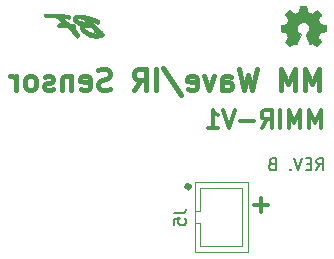
<source format=gbo>
G04 #@! TF.GenerationSoftware,KiCad,Pcbnew,6.0.7-f9a2dced07~116~ubuntu20.04.1*
G04 #@! TF.CreationDate,2022-08-17T23:21:15-04:00*
G04 #@! TF.ProjectId,mmwave,6d6d7761-7665-42e6-9b69-6361645f7063,B*
G04 #@! TF.SameCoordinates,Original*
G04 #@! TF.FileFunction,Legend,Bot*
G04 #@! TF.FilePolarity,Positive*
%FSLAX46Y46*%
G04 Gerber Fmt 4.6, Leading zero omitted, Abs format (unit mm)*
G04 Created by KiCad (PCBNEW 6.0.7-f9a2dced07~116~ubuntu20.04.1) date 2022-08-17 23:21:15*
%MOMM*%
%LPD*%
G01*
G04 APERTURE LIST*
%ADD10C,0.381000*%
%ADD11C,0.355600*%
%ADD12C,0.150000*%
%ADD13C,0.300000*%
%ADD14C,0.180000*%
%ADD15C,0.050000*%
%ADD16C,0.002540*%
%ADD17C,0.120000*%
%ADD18C,0.500000*%
G04 APERTURE END LIST*
D10*
X143474016Y-62907333D02*
X143474016Y-61129333D01*
X142881350Y-62399333D01*
X142288683Y-61129333D01*
X142288683Y-62907333D01*
X141442016Y-62907333D02*
X141442016Y-61129333D01*
X140849350Y-62399333D01*
X140256683Y-61129333D01*
X140256683Y-62907333D01*
X138224683Y-61129333D02*
X137801350Y-62907333D01*
X137462683Y-61637333D01*
X137124016Y-62907333D01*
X136700683Y-61129333D01*
X135261350Y-62907333D02*
X135261350Y-61976000D01*
X135346016Y-61806666D01*
X135515350Y-61722000D01*
X135854016Y-61722000D01*
X136023350Y-61806666D01*
X135261350Y-62822666D02*
X135430683Y-62907333D01*
X135854016Y-62907333D01*
X136023350Y-62822666D01*
X136108016Y-62653333D01*
X136108016Y-62484000D01*
X136023350Y-62314666D01*
X135854016Y-62230000D01*
X135430683Y-62230000D01*
X135261350Y-62145333D01*
X134584016Y-61722000D02*
X134160683Y-62907333D01*
X133737350Y-61722000D01*
X132382683Y-62822666D02*
X132552016Y-62907333D01*
X132890683Y-62907333D01*
X133060016Y-62822666D01*
X133144683Y-62653333D01*
X133144683Y-61976000D01*
X133060016Y-61806666D01*
X132890683Y-61722000D01*
X132552016Y-61722000D01*
X132382683Y-61806666D01*
X132298016Y-61976000D01*
X132298016Y-62145333D01*
X133144683Y-62314666D01*
X130266016Y-61044666D02*
X131790016Y-63330666D01*
X129673350Y-62907333D02*
X129673350Y-61129333D01*
X127810683Y-62907333D02*
X128403350Y-62060666D01*
X128826683Y-62907333D02*
X128826683Y-61129333D01*
X128149350Y-61129333D01*
X127980016Y-61214000D01*
X127895350Y-61298666D01*
X127810683Y-61468000D01*
X127810683Y-61722000D01*
X127895350Y-61891333D01*
X127980016Y-61976000D01*
X128149350Y-62060666D01*
X128826683Y-62060666D01*
X125778683Y-62822666D02*
X125524683Y-62907333D01*
X125101350Y-62907333D01*
X124932016Y-62822666D01*
X124847350Y-62738000D01*
X124762683Y-62568666D01*
X124762683Y-62399333D01*
X124847350Y-62230000D01*
X124932016Y-62145333D01*
X125101350Y-62060666D01*
X125440016Y-61976000D01*
X125609350Y-61891333D01*
X125694016Y-61806666D01*
X125778683Y-61637333D01*
X125778683Y-61468000D01*
X125694016Y-61298666D01*
X125609350Y-61214000D01*
X125440016Y-61129333D01*
X125016683Y-61129333D01*
X124762683Y-61214000D01*
X123323350Y-62822666D02*
X123492683Y-62907333D01*
X123831350Y-62907333D01*
X124000683Y-62822666D01*
X124085350Y-62653333D01*
X124085350Y-61976000D01*
X124000683Y-61806666D01*
X123831350Y-61722000D01*
X123492683Y-61722000D01*
X123323350Y-61806666D01*
X123238683Y-61976000D01*
X123238683Y-62145333D01*
X124085350Y-62314666D01*
X122476683Y-61722000D02*
X122476683Y-62907333D01*
X122476683Y-61891333D02*
X122392016Y-61806666D01*
X122222683Y-61722000D01*
X121968683Y-61722000D01*
X121799350Y-61806666D01*
X121714683Y-61976000D01*
X121714683Y-62907333D01*
X120952683Y-62822666D02*
X120783350Y-62907333D01*
X120444683Y-62907333D01*
X120275350Y-62822666D01*
X120190683Y-62653333D01*
X120190683Y-62568666D01*
X120275350Y-62399333D01*
X120444683Y-62314666D01*
X120698683Y-62314666D01*
X120868016Y-62230000D01*
X120952683Y-62060666D01*
X120952683Y-61976000D01*
X120868016Y-61806666D01*
X120698683Y-61722000D01*
X120444683Y-61722000D01*
X120275350Y-61806666D01*
X119174683Y-62907333D02*
X119344016Y-62822666D01*
X119428683Y-62738000D01*
X119513350Y-62568666D01*
X119513350Y-62060666D01*
X119428683Y-61891333D01*
X119344016Y-61806666D01*
X119174683Y-61722000D01*
X118920683Y-61722000D01*
X118751350Y-61806666D01*
X118666683Y-61891333D01*
X118582016Y-62060666D01*
X118582016Y-62568666D01*
X118666683Y-62738000D01*
X118751350Y-62822666D01*
X118920683Y-62907333D01*
X119174683Y-62907333D01*
X117820016Y-62907333D02*
X117820016Y-61722000D01*
X117820016Y-62060666D02*
X117735350Y-61891333D01*
X117650683Y-61806666D01*
X117481350Y-61722000D01*
X117312016Y-61722000D01*
D11*
X139137571Y-72625857D02*
X137976428Y-72625857D01*
X138557000Y-73206428D02*
X138557000Y-72045285D01*
D12*
X143237976Y-69667380D02*
X143571309Y-69191190D01*
X143809404Y-69667380D02*
X143809404Y-68667380D01*
X143428452Y-68667380D01*
X143333214Y-68715000D01*
X143285595Y-68762619D01*
X143237976Y-68857857D01*
X143237976Y-69000714D01*
X143285595Y-69095952D01*
X143333214Y-69143571D01*
X143428452Y-69191190D01*
X143809404Y-69191190D01*
X142809404Y-69143571D02*
X142476071Y-69143571D01*
X142333214Y-69667380D02*
X142809404Y-69667380D01*
X142809404Y-68667380D01*
X142333214Y-68667380D01*
X142047500Y-68667380D02*
X141714166Y-69667380D01*
X141380833Y-68667380D01*
X141047500Y-69572142D02*
X140999880Y-69619761D01*
X141047500Y-69667380D01*
X141095119Y-69619761D01*
X141047500Y-69572142D01*
X141047500Y-69667380D01*
X139476071Y-69143571D02*
X139333214Y-69191190D01*
X139285595Y-69238809D01*
X139237976Y-69334047D01*
X139237976Y-69476904D01*
X139285595Y-69572142D01*
X139333214Y-69619761D01*
X139428452Y-69667380D01*
X139809404Y-69667380D01*
X139809404Y-68667380D01*
X139476071Y-68667380D01*
X139380833Y-68715000D01*
X139333214Y-68762619D01*
X139285595Y-68857857D01*
X139285595Y-68953095D01*
X139333214Y-69048333D01*
X139380833Y-69095952D01*
X139476071Y-69143571D01*
X139809404Y-69143571D01*
D13*
X143592857Y-66083571D02*
X143592857Y-64583571D01*
X143092857Y-65655000D01*
X142592857Y-64583571D01*
X142592857Y-66083571D01*
X141878571Y-66083571D02*
X141878571Y-64583571D01*
X141378571Y-65655000D01*
X140878571Y-64583571D01*
X140878571Y-66083571D01*
X140164285Y-66083571D02*
X140164285Y-64583571D01*
X138592857Y-66083571D02*
X139092857Y-65369285D01*
X139450000Y-66083571D02*
X139450000Y-64583571D01*
X138878571Y-64583571D01*
X138735714Y-64655000D01*
X138664285Y-64726428D01*
X138592857Y-64869285D01*
X138592857Y-65083571D01*
X138664285Y-65226428D01*
X138735714Y-65297857D01*
X138878571Y-65369285D01*
X139450000Y-65369285D01*
X137950000Y-65512142D02*
X136807142Y-65512142D01*
X136307142Y-64583571D02*
X135807142Y-66083571D01*
X135307142Y-64583571D01*
X134021428Y-66083571D02*
X134878571Y-66083571D01*
X134450000Y-66083571D02*
X134450000Y-64583571D01*
X134592857Y-64797857D01*
X134735714Y-64940714D01*
X134878571Y-65012142D01*
D14*
X131172380Y-73326666D02*
X131886666Y-73326666D01*
X132029523Y-73279047D01*
X132124761Y-73183809D01*
X132172380Y-73040952D01*
X132172380Y-72945714D01*
X131172380Y-74279047D02*
X131172380Y-73802857D01*
X131648571Y-73755238D01*
X131600952Y-73802857D01*
X131553333Y-73898095D01*
X131553333Y-74136190D01*
X131600952Y-74231428D01*
X131648571Y-74279047D01*
X131743809Y-74326666D01*
X131981904Y-74326666D01*
X132077142Y-74279047D01*
X132124761Y-74231428D01*
X132172380Y-74136190D01*
X132172380Y-73898095D01*
X132124761Y-73802857D01*
X132077142Y-73755238D01*
G36*
X123400604Y-57954833D02*
G01*
X123381571Y-57935605D01*
X123319626Y-57866871D01*
X123274326Y-57804113D01*
X123244015Y-57744242D01*
X123227041Y-57684170D01*
X123221750Y-57620810D01*
X123222124Y-57602098D01*
X123528667Y-57602098D01*
X123530378Y-57608901D01*
X123545607Y-57631497D01*
X123574255Y-57662192D01*
X123613461Y-57698417D01*
X123660359Y-57737608D01*
X123712087Y-57777197D01*
X123765781Y-57814617D01*
X123778088Y-57822671D01*
X123885916Y-57887804D01*
X124001969Y-57949365D01*
X124121453Y-58005240D01*
X124239574Y-58053312D01*
X124351537Y-58091468D01*
X124452550Y-58117593D01*
X124455419Y-58118179D01*
X124500655Y-58126144D01*
X124542891Y-58131534D01*
X124573325Y-58133210D01*
X124587454Y-58132326D01*
X124623675Y-58127145D01*
X124660898Y-58118959D01*
X124691775Y-58109534D01*
X124708957Y-58100633D01*
X124708307Y-58095524D01*
X124695449Y-58080742D01*
X124671887Y-58061542D01*
X124657719Y-58051803D01*
X124628640Y-58035326D01*
X124593266Y-58020322D01*
X124546784Y-58004880D01*
X124484381Y-57987088D01*
X124477297Y-57984911D01*
X124443246Y-57968434D01*
X124418235Y-57947359D01*
X124406704Y-57926933D01*
X124397232Y-57884097D01*
X124399565Y-57836595D01*
X124413928Y-57792580D01*
X124431356Y-57758879D01*
X124348965Y-57682900D01*
X124318986Y-57655748D01*
X124286424Y-57628888D01*
X124258935Y-57611165D01*
X124230876Y-57599111D01*
X124196600Y-57589254D01*
X124169084Y-57582531D01*
X124011656Y-57552033D01*
X123856750Y-57534922D01*
X123791106Y-57533165D01*
X123724597Y-57536202D01*
X123662818Y-57543517D01*
X123609052Y-57554436D01*
X123566583Y-57568288D01*
X123538693Y-57584399D01*
X123528667Y-57602098D01*
X123222124Y-57602098D01*
X123222405Y-57588037D01*
X123226868Y-57550495D01*
X123237719Y-57515647D01*
X123257442Y-57473215D01*
X123274546Y-57436240D01*
X123283286Y-57409402D01*
X123281255Y-57398246D01*
X123278346Y-57397259D01*
X123258048Y-57390422D01*
X123224992Y-57379314D01*
X123184709Y-57365795D01*
X123134463Y-57348336D01*
X123007279Y-57297931D01*
X122895776Y-57244137D01*
X122889293Y-57240271D01*
X122801052Y-57187658D01*
X122724202Y-57129196D01*
X122666324Y-57069455D01*
X122628516Y-57009139D01*
X122623312Y-56996055D01*
X122611227Y-56941702D01*
X122607960Y-56878621D01*
X122609873Y-56856752D01*
X122889293Y-56856752D01*
X122925876Y-56887738D01*
X122933797Y-56894172D01*
X122986352Y-56928836D01*
X123057087Y-56965556D01*
X123143696Y-57003443D01*
X123243873Y-57041607D01*
X123355312Y-57079158D01*
X123475707Y-57115206D01*
X123602750Y-57148862D01*
X123655667Y-57161918D01*
X123724517Y-57178545D01*
X123775404Y-57190254D01*
X123809857Y-57197377D01*
X123829407Y-57200244D01*
X123835584Y-57199185D01*
X123833501Y-57196825D01*
X123818635Y-57183149D01*
X123791820Y-57159514D01*
X123755840Y-57128364D01*
X123713482Y-57092140D01*
X123680999Y-57064366D01*
X123632403Y-57021749D01*
X123597227Y-56988734D01*
X123573426Y-56962999D01*
X123558956Y-56942222D01*
X123551774Y-56924082D01*
X123549834Y-56906255D01*
X123549834Y-56905990D01*
X123548814Y-56891984D01*
X123543082Y-56882422D01*
X123528600Y-56875305D01*
X123501329Y-56868635D01*
X123457230Y-56860412D01*
X123424190Y-56854709D01*
X123327444Y-56840522D01*
X123233846Y-56830313D01*
X123146317Y-56824180D01*
X123067777Y-56822220D01*
X123001147Y-56824530D01*
X122949345Y-56831208D01*
X122915292Y-56842350D01*
X122889293Y-56856752D01*
X122609873Y-56856752D01*
X122613528Y-56814953D01*
X122627950Y-56758839D01*
X122635637Y-56740315D01*
X122678885Y-56669379D01*
X122739024Y-56609146D01*
X122814321Y-56560789D01*
X122903042Y-56525482D01*
X123003457Y-56504400D01*
X123048099Y-56500928D01*
X123126382Y-56501361D01*
X123220175Y-56507613D01*
X123326787Y-56519219D01*
X123443528Y-56535717D01*
X123567707Y-56556643D01*
X123696633Y-56581535D01*
X123827616Y-56609927D01*
X123957965Y-56641359D01*
X124084990Y-56675365D01*
X124206000Y-56711482D01*
X124253783Y-56727059D01*
X124340778Y-56757540D01*
X124428729Y-56790756D01*
X124514620Y-56825391D01*
X124595436Y-56860132D01*
X124668161Y-56893662D01*
X124729780Y-56924667D01*
X124777276Y-56951831D01*
X124807635Y-56973840D01*
X124808117Y-56974282D01*
X124846752Y-57022691D01*
X124867346Y-57078038D01*
X124869085Y-57136230D01*
X124851157Y-57193170D01*
X124848672Y-57197863D01*
X124815495Y-57240163D01*
X124773355Y-57267060D01*
X124726534Y-57277521D01*
X124679313Y-57270517D01*
X124635974Y-57245014D01*
X124625955Y-57236806D01*
X124576369Y-57205213D01*
X124505862Y-57170625D01*
X124414461Y-57133052D01*
X124302191Y-57092508D01*
X124283751Y-57086204D01*
X124234992Y-57069663D01*
X124195114Y-57056321D01*
X124167825Y-57047410D01*
X124156837Y-57044166D01*
X124160806Y-57048836D01*
X124177834Y-57064712D01*
X124205308Y-57089179D01*
X124240162Y-57119466D01*
X124263851Y-57139963D01*
X124344808Y-57211617D01*
X124429768Y-57289027D01*
X124517220Y-57370652D01*
X124605651Y-57454956D01*
X124693549Y-57540399D01*
X124779401Y-57625443D01*
X124861695Y-57708552D01*
X124938918Y-57788185D01*
X125009557Y-57862805D01*
X125072101Y-57930874D01*
X125125037Y-57990853D01*
X125166851Y-58041205D01*
X125196033Y-58080391D01*
X125211068Y-58106873D01*
X125214596Y-58119160D01*
X125219909Y-58153267D01*
X125222000Y-58191582D01*
X125220880Y-58212202D01*
X125206151Y-58266353D01*
X125177041Y-58310878D01*
X125136995Y-58343507D01*
X125089457Y-58361970D01*
X125037870Y-58363997D01*
X124985680Y-58347319D01*
X124945151Y-58326174D01*
X124896958Y-58362960D01*
X124853564Y-58393943D01*
X124798611Y-58425023D01*
X124740459Y-58447529D01*
X124719554Y-58452830D01*
X124662480Y-58460025D01*
X124592110Y-58461822D01*
X124513281Y-58458361D01*
X124430828Y-58449782D01*
X124349588Y-58436224D01*
X124245488Y-58411926D01*
X124085254Y-58362444D01*
X123928061Y-58299884D01*
X123777453Y-58226044D01*
X123636978Y-58142723D01*
X123528667Y-58064988D01*
X123510179Y-58051720D01*
X123400604Y-57954833D01*
G37*
D15*
X123400604Y-57954833D02*
X123381571Y-57935605D01*
X123319626Y-57866871D01*
X123274326Y-57804113D01*
X123244015Y-57744242D01*
X123227041Y-57684170D01*
X123221750Y-57620810D01*
X123222124Y-57602098D01*
X123528667Y-57602098D01*
X123530378Y-57608901D01*
X123545607Y-57631497D01*
X123574255Y-57662192D01*
X123613461Y-57698417D01*
X123660359Y-57737608D01*
X123712087Y-57777197D01*
X123765781Y-57814617D01*
X123778088Y-57822671D01*
X123885916Y-57887804D01*
X124001969Y-57949365D01*
X124121453Y-58005240D01*
X124239574Y-58053312D01*
X124351537Y-58091468D01*
X124452550Y-58117593D01*
X124455419Y-58118179D01*
X124500655Y-58126144D01*
X124542891Y-58131534D01*
X124573325Y-58133210D01*
X124587454Y-58132326D01*
X124623675Y-58127145D01*
X124660898Y-58118959D01*
X124691775Y-58109534D01*
X124708957Y-58100633D01*
X124708307Y-58095524D01*
X124695449Y-58080742D01*
X124671887Y-58061542D01*
X124657719Y-58051803D01*
X124628640Y-58035326D01*
X124593266Y-58020322D01*
X124546784Y-58004880D01*
X124484381Y-57987088D01*
X124477297Y-57984911D01*
X124443246Y-57968434D01*
X124418235Y-57947359D01*
X124406704Y-57926933D01*
X124397232Y-57884097D01*
X124399565Y-57836595D01*
X124413928Y-57792580D01*
X124431356Y-57758879D01*
X124348965Y-57682900D01*
X124318986Y-57655748D01*
X124286424Y-57628888D01*
X124258935Y-57611165D01*
X124230876Y-57599111D01*
X124196600Y-57589254D01*
X124169084Y-57582531D01*
X124011656Y-57552033D01*
X123856750Y-57534922D01*
X123791106Y-57533165D01*
X123724597Y-57536202D01*
X123662818Y-57543517D01*
X123609052Y-57554436D01*
X123566583Y-57568288D01*
X123538693Y-57584399D01*
X123528667Y-57602098D01*
X123222124Y-57602098D01*
X123222405Y-57588037D01*
X123226868Y-57550495D01*
X123237719Y-57515647D01*
X123257442Y-57473215D01*
X123274546Y-57436240D01*
X123283286Y-57409402D01*
X123281255Y-57398246D01*
X123278346Y-57397259D01*
X123258048Y-57390422D01*
X123224992Y-57379314D01*
X123184709Y-57365795D01*
X123134463Y-57348336D01*
X123007279Y-57297931D01*
X122895776Y-57244137D01*
X122889293Y-57240271D01*
X122801052Y-57187658D01*
X122724202Y-57129196D01*
X122666324Y-57069455D01*
X122628516Y-57009139D01*
X122623312Y-56996055D01*
X122611227Y-56941702D01*
X122607960Y-56878621D01*
X122609873Y-56856752D01*
X122889293Y-56856752D01*
X122925876Y-56887738D01*
X122933797Y-56894172D01*
X122986352Y-56928836D01*
X123057087Y-56965556D01*
X123143696Y-57003443D01*
X123243873Y-57041607D01*
X123355312Y-57079158D01*
X123475707Y-57115206D01*
X123602750Y-57148862D01*
X123655667Y-57161918D01*
X123724517Y-57178545D01*
X123775404Y-57190254D01*
X123809857Y-57197377D01*
X123829407Y-57200244D01*
X123835584Y-57199185D01*
X123833501Y-57196825D01*
X123818635Y-57183149D01*
X123791820Y-57159514D01*
X123755840Y-57128364D01*
X123713482Y-57092140D01*
X123680999Y-57064366D01*
X123632403Y-57021749D01*
X123597227Y-56988734D01*
X123573426Y-56962999D01*
X123558956Y-56942222D01*
X123551774Y-56924082D01*
X123549834Y-56906255D01*
X123549834Y-56905990D01*
X123548814Y-56891984D01*
X123543082Y-56882422D01*
X123528600Y-56875305D01*
X123501329Y-56868635D01*
X123457230Y-56860412D01*
X123424190Y-56854709D01*
X123327444Y-56840522D01*
X123233846Y-56830313D01*
X123146317Y-56824180D01*
X123067777Y-56822220D01*
X123001147Y-56824530D01*
X122949345Y-56831208D01*
X122915292Y-56842350D01*
X122889293Y-56856752D01*
X122609873Y-56856752D01*
X122613528Y-56814953D01*
X122627950Y-56758839D01*
X122635637Y-56740315D01*
X122678885Y-56669379D01*
X122739024Y-56609146D01*
X122814321Y-56560789D01*
X122903042Y-56525482D01*
X123003457Y-56504400D01*
X123048099Y-56500928D01*
X123126382Y-56501361D01*
X123220175Y-56507613D01*
X123326787Y-56519219D01*
X123443528Y-56535717D01*
X123567707Y-56556643D01*
X123696633Y-56581535D01*
X123827616Y-56609927D01*
X123957965Y-56641359D01*
X124084990Y-56675365D01*
X124206000Y-56711482D01*
X124253783Y-56727059D01*
X124340778Y-56757540D01*
X124428729Y-56790756D01*
X124514620Y-56825391D01*
X124595436Y-56860132D01*
X124668161Y-56893662D01*
X124729780Y-56924667D01*
X124777276Y-56951831D01*
X124807635Y-56973840D01*
X124808117Y-56974282D01*
X124846752Y-57022691D01*
X124867346Y-57078038D01*
X124869085Y-57136230D01*
X124851157Y-57193170D01*
X124848672Y-57197863D01*
X124815495Y-57240163D01*
X124773355Y-57267060D01*
X124726534Y-57277521D01*
X124679313Y-57270517D01*
X124635974Y-57245014D01*
X124625955Y-57236806D01*
X124576369Y-57205213D01*
X124505862Y-57170625D01*
X124414461Y-57133052D01*
X124302191Y-57092508D01*
X124283751Y-57086204D01*
X124234992Y-57069663D01*
X124195114Y-57056321D01*
X124167825Y-57047410D01*
X124156837Y-57044166D01*
X124160806Y-57048836D01*
X124177834Y-57064712D01*
X124205308Y-57089179D01*
X124240162Y-57119466D01*
X124263851Y-57139963D01*
X124344808Y-57211617D01*
X124429768Y-57289027D01*
X124517220Y-57370652D01*
X124605651Y-57454956D01*
X124693549Y-57540399D01*
X124779401Y-57625443D01*
X124861695Y-57708552D01*
X124938918Y-57788185D01*
X125009557Y-57862805D01*
X125072101Y-57930874D01*
X125125037Y-57990853D01*
X125166851Y-58041205D01*
X125196033Y-58080391D01*
X125211068Y-58106873D01*
X125214596Y-58119160D01*
X125219909Y-58153267D01*
X125222000Y-58191582D01*
X125220880Y-58212202D01*
X125206151Y-58266353D01*
X125177041Y-58310878D01*
X125136995Y-58343507D01*
X125089457Y-58361970D01*
X125037870Y-58363997D01*
X124985680Y-58347319D01*
X124945151Y-58326174D01*
X124896958Y-58362960D01*
X124853564Y-58393943D01*
X124798611Y-58425023D01*
X124740459Y-58447529D01*
X124719554Y-58452830D01*
X124662480Y-58460025D01*
X124592110Y-58461822D01*
X124513281Y-58458361D01*
X124430828Y-58449782D01*
X124349588Y-58436224D01*
X124245488Y-58411926D01*
X124085254Y-58362444D01*
X123928061Y-58299884D01*
X123777453Y-58226044D01*
X123636978Y-58142723D01*
X123528667Y-58064988D01*
X123510179Y-58051720D01*
X123400604Y-57954833D01*
G36*
X120533680Y-56411789D02*
G01*
X120639856Y-56414153D01*
X120765556Y-56418296D01*
X120781111Y-56418879D01*
X120906289Y-56424274D01*
X121036104Y-56431016D01*
X121168715Y-56438931D01*
X121302280Y-56447848D01*
X121434959Y-56457594D01*
X121564911Y-56467996D01*
X121690293Y-56478883D01*
X121809265Y-56490082D01*
X121919986Y-56501420D01*
X122020615Y-56512725D01*
X122109309Y-56523825D01*
X122184229Y-56534547D01*
X122243533Y-56544719D01*
X122285379Y-56554168D01*
X122307926Y-56562722D01*
X122313476Y-56566963D01*
X122334726Y-56590492D01*
X122353781Y-56620566D01*
X122366581Y-56654522D01*
X122374338Y-56701949D01*
X122373631Y-56750203D01*
X122365086Y-56794002D01*
X122349329Y-56828060D01*
X122326985Y-56847092D01*
X122312861Y-56850793D01*
X122277686Y-56853783D01*
X122237711Y-56852329D01*
X122201524Y-56846944D01*
X122177716Y-56838144D01*
X122173090Y-56835715D01*
X122145915Y-56828028D01*
X122099267Y-56819561D01*
X122034385Y-56810518D01*
X121952510Y-56801102D01*
X121947859Y-56800610D01*
X121884485Y-56793964D01*
X121828308Y-56788192D01*
X121782789Y-56783640D01*
X121751392Y-56780655D01*
X121737578Y-56779583D01*
X121737263Y-56783902D01*
X121749420Y-56798287D01*
X121772201Y-56819270D01*
X121773994Y-56820804D01*
X121795966Y-56839762D01*
X121830994Y-56870157D01*
X121876538Y-56909780D01*
X121930062Y-56956421D01*
X121989027Y-57007870D01*
X122050895Y-57061917D01*
X122113684Y-57116710D01*
X122168093Y-57163777D01*
X122210703Y-57199833D01*
X122243628Y-57226427D01*
X122268985Y-57245112D01*
X122288887Y-57257439D01*
X122305450Y-57264960D01*
X122320789Y-57269225D01*
X122337019Y-57271786D01*
X122391209Y-57279144D01*
X122454096Y-57288425D01*
X122519441Y-57298669D01*
X122583341Y-57309215D01*
X122641895Y-57319401D01*
X122691202Y-57328566D01*
X122727360Y-57336049D01*
X122746467Y-57341188D01*
X122748186Y-57341918D01*
X122775833Y-57364616D01*
X122797529Y-57402199D01*
X122811575Y-57449115D01*
X122816273Y-57499810D01*
X122809925Y-57548732D01*
X122805932Y-57562344D01*
X122791097Y-57593727D01*
X122767522Y-57614551D01*
X122729042Y-57631095D01*
X122691216Y-57644099D01*
X122764000Y-57722487D01*
X122803168Y-57764765D01*
X122847841Y-57813464D01*
X122883356Y-57853093D01*
X122912861Y-57887328D01*
X122939505Y-57919850D01*
X122966438Y-57954336D01*
X122996807Y-57994466D01*
X123002382Y-58001926D01*
X123057023Y-58079280D01*
X123096543Y-58144905D01*
X123121675Y-58200837D01*
X123133155Y-58249114D01*
X123131717Y-58291776D01*
X123118095Y-58330858D01*
X123104817Y-58354127D01*
X123063713Y-58402002D01*
X123010008Y-58434890D01*
X122991793Y-58441924D01*
X122947434Y-58449366D01*
X122908992Y-58438805D01*
X122874118Y-58409198D01*
X122840462Y-58359499D01*
X122832748Y-58346090D01*
X122789006Y-58278134D01*
X122733066Y-58202843D01*
X122663443Y-58118306D01*
X122578653Y-58022612D01*
X122555136Y-57997095D01*
X122504898Y-57944028D01*
X122449638Y-57887185D01*
X122391545Y-57828681D01*
X122332807Y-57770628D01*
X122275613Y-57715141D01*
X122222153Y-57664334D01*
X122174616Y-57620321D01*
X122135191Y-57585215D01*
X122106067Y-57561132D01*
X122089433Y-57550184D01*
X122081404Y-57548587D01*
X122052932Y-57545888D01*
X122007700Y-57543147D01*
X121948431Y-57540481D01*
X121877847Y-57538007D01*
X121798671Y-57535841D01*
X121713625Y-57534099D01*
X121630665Y-57532594D01*
X121544198Y-57530639D01*
X121475044Y-57528337D01*
X121421063Y-57525405D01*
X121380114Y-57521559D01*
X121350055Y-57516514D01*
X121328746Y-57509987D01*
X121314043Y-57501693D01*
X121303808Y-57491349D01*
X121295898Y-57478669D01*
X121288785Y-57459200D01*
X121287330Y-57416093D01*
X121299514Y-57368829D01*
X121323465Y-57323304D01*
X121357309Y-57285409D01*
X121381221Y-57267300D01*
X121410181Y-57251897D01*
X121444068Y-57241992D01*
X121486906Y-57236843D01*
X121542715Y-57235711D01*
X121615517Y-57237855D01*
X121623108Y-57238170D01*
X121679511Y-57239791D01*
X121722033Y-57239664D01*
X121748264Y-57237848D01*
X121755795Y-57234401D01*
X121753331Y-57231406D01*
X121737243Y-57215237D01*
X121708735Y-57188147D01*
X121670226Y-57152330D01*
X121624136Y-57109977D01*
X121572886Y-57063282D01*
X121518895Y-57014436D01*
X121464584Y-56965633D01*
X121412372Y-56919065D01*
X121364680Y-56876924D01*
X121323928Y-56841403D01*
X121292536Y-56814694D01*
X121258324Y-56786917D01*
X121224669Y-56761146D01*
X121199540Y-56743651D01*
X121186703Y-56737190D01*
X121177602Y-56736816D01*
X121149437Y-56735376D01*
X121105511Y-56733011D01*
X121048837Y-56729884D01*
X120982426Y-56726161D01*
X120909292Y-56722006D01*
X120880092Y-56720355D01*
X120791011Y-56715494D01*
X120698507Y-56710674D01*
X120608718Y-56706201D01*
X120527783Y-56702385D01*
X120461837Y-56699533D01*
X120453568Y-56699199D01*
X120387591Y-56696224D01*
X120339067Y-56693185D01*
X120304647Y-56689632D01*
X120280982Y-56685114D01*
X120264724Y-56679181D01*
X120252521Y-56671383D01*
X120236575Y-56656663D01*
X120208692Y-56616653D01*
X120190952Y-56570163D01*
X120184417Y-56522697D01*
X120190147Y-56479753D01*
X120209204Y-56446833D01*
X120218482Y-56439501D01*
X120240569Y-56429491D01*
X120272736Y-56421746D01*
X120316557Y-56416183D01*
X120373605Y-56412724D01*
X120445455Y-56411286D01*
X120533680Y-56411789D01*
G37*
X120533680Y-56411789D02*
X120639856Y-56414153D01*
X120765556Y-56418296D01*
X120781111Y-56418879D01*
X120906289Y-56424274D01*
X121036104Y-56431016D01*
X121168715Y-56438931D01*
X121302280Y-56447848D01*
X121434959Y-56457594D01*
X121564911Y-56467996D01*
X121690293Y-56478883D01*
X121809265Y-56490082D01*
X121919986Y-56501420D01*
X122020615Y-56512725D01*
X122109309Y-56523825D01*
X122184229Y-56534547D01*
X122243533Y-56544719D01*
X122285379Y-56554168D01*
X122307926Y-56562722D01*
X122313476Y-56566963D01*
X122334726Y-56590492D01*
X122353781Y-56620566D01*
X122366581Y-56654522D01*
X122374338Y-56701949D01*
X122373631Y-56750203D01*
X122365086Y-56794002D01*
X122349329Y-56828060D01*
X122326985Y-56847092D01*
X122312861Y-56850793D01*
X122277686Y-56853783D01*
X122237711Y-56852329D01*
X122201524Y-56846944D01*
X122177716Y-56838144D01*
X122173090Y-56835715D01*
X122145915Y-56828028D01*
X122099267Y-56819561D01*
X122034385Y-56810518D01*
X121952510Y-56801102D01*
X121947859Y-56800610D01*
X121884485Y-56793964D01*
X121828308Y-56788192D01*
X121782789Y-56783640D01*
X121751392Y-56780655D01*
X121737578Y-56779583D01*
X121737263Y-56783902D01*
X121749420Y-56798287D01*
X121772201Y-56819270D01*
X121773994Y-56820804D01*
X121795966Y-56839762D01*
X121830994Y-56870157D01*
X121876538Y-56909780D01*
X121930062Y-56956421D01*
X121989027Y-57007870D01*
X122050895Y-57061917D01*
X122113684Y-57116710D01*
X122168093Y-57163777D01*
X122210703Y-57199833D01*
X122243628Y-57226427D01*
X122268985Y-57245112D01*
X122288887Y-57257439D01*
X122305450Y-57264960D01*
X122320789Y-57269225D01*
X122337019Y-57271786D01*
X122391209Y-57279144D01*
X122454096Y-57288425D01*
X122519441Y-57298669D01*
X122583341Y-57309215D01*
X122641895Y-57319401D01*
X122691202Y-57328566D01*
X122727360Y-57336049D01*
X122746467Y-57341188D01*
X122748186Y-57341918D01*
X122775833Y-57364616D01*
X122797529Y-57402199D01*
X122811575Y-57449115D01*
X122816273Y-57499810D01*
X122809925Y-57548732D01*
X122805932Y-57562344D01*
X122791097Y-57593727D01*
X122767522Y-57614551D01*
X122729042Y-57631095D01*
X122691216Y-57644099D01*
X122764000Y-57722487D01*
X122803168Y-57764765D01*
X122847841Y-57813464D01*
X122883356Y-57853093D01*
X122912861Y-57887328D01*
X122939505Y-57919850D01*
X122966438Y-57954336D01*
X122996807Y-57994466D01*
X123002382Y-58001926D01*
X123057023Y-58079280D01*
X123096543Y-58144905D01*
X123121675Y-58200837D01*
X123133155Y-58249114D01*
X123131717Y-58291776D01*
X123118095Y-58330858D01*
X123104817Y-58354127D01*
X123063713Y-58402002D01*
X123010008Y-58434890D01*
X122991793Y-58441924D01*
X122947434Y-58449366D01*
X122908992Y-58438805D01*
X122874118Y-58409198D01*
X122840462Y-58359499D01*
X122832748Y-58346090D01*
X122789006Y-58278134D01*
X122733066Y-58202843D01*
X122663443Y-58118306D01*
X122578653Y-58022612D01*
X122555136Y-57997095D01*
X122504898Y-57944028D01*
X122449638Y-57887185D01*
X122391545Y-57828681D01*
X122332807Y-57770628D01*
X122275613Y-57715141D01*
X122222153Y-57664334D01*
X122174616Y-57620321D01*
X122135191Y-57585215D01*
X122106067Y-57561132D01*
X122089433Y-57550184D01*
X122081404Y-57548587D01*
X122052932Y-57545888D01*
X122007700Y-57543147D01*
X121948431Y-57540481D01*
X121877847Y-57538007D01*
X121798671Y-57535841D01*
X121713625Y-57534099D01*
X121630665Y-57532594D01*
X121544198Y-57530639D01*
X121475044Y-57528337D01*
X121421063Y-57525405D01*
X121380114Y-57521559D01*
X121350055Y-57516514D01*
X121328746Y-57509987D01*
X121314043Y-57501693D01*
X121303808Y-57491349D01*
X121295898Y-57478669D01*
X121288785Y-57459200D01*
X121287330Y-57416093D01*
X121299514Y-57368829D01*
X121323465Y-57323304D01*
X121357309Y-57285409D01*
X121381221Y-57267300D01*
X121410181Y-57251897D01*
X121444068Y-57241992D01*
X121486906Y-57236843D01*
X121542715Y-57235711D01*
X121615517Y-57237855D01*
X121623108Y-57238170D01*
X121679511Y-57239791D01*
X121722033Y-57239664D01*
X121748264Y-57237848D01*
X121755795Y-57234401D01*
X121753331Y-57231406D01*
X121737243Y-57215237D01*
X121708735Y-57188147D01*
X121670226Y-57152330D01*
X121624136Y-57109977D01*
X121572886Y-57063282D01*
X121518895Y-57014436D01*
X121464584Y-56965633D01*
X121412372Y-56919065D01*
X121364680Y-56876924D01*
X121323928Y-56841403D01*
X121292536Y-56814694D01*
X121258324Y-56786917D01*
X121224669Y-56761146D01*
X121199540Y-56743651D01*
X121186703Y-56737190D01*
X121177602Y-56736816D01*
X121149437Y-56735376D01*
X121105511Y-56733011D01*
X121048837Y-56729884D01*
X120982426Y-56726161D01*
X120909292Y-56722006D01*
X120880092Y-56720355D01*
X120791011Y-56715494D01*
X120698507Y-56710674D01*
X120608718Y-56706201D01*
X120527783Y-56702385D01*
X120461837Y-56699533D01*
X120453568Y-56699199D01*
X120387591Y-56696224D01*
X120339067Y-56693185D01*
X120304647Y-56689632D01*
X120280982Y-56685114D01*
X120264724Y-56679181D01*
X120252521Y-56671383D01*
X120236575Y-56656663D01*
X120208692Y-56616653D01*
X120190952Y-56570163D01*
X120184417Y-56522697D01*
X120190147Y-56479753D01*
X120209204Y-56446833D01*
X120218482Y-56439501D01*
X120240569Y-56429491D01*
X120272736Y-56421746D01*
X120316557Y-56416183D01*
X120373605Y-56412724D01*
X120445455Y-56411286D01*
X120533680Y-56411789D01*
G36*
X142224760Y-55758080D02*
G01*
X142295880Y-55760620D01*
X142349220Y-55763160D01*
X142369540Y-55768240D01*
X142379700Y-55798720D01*
X142389860Y-55854600D01*
X142407640Y-55933340D01*
X142425420Y-56027320D01*
X142427960Y-56042560D01*
X142445740Y-56134000D01*
X142460980Y-56207660D01*
X142471140Y-56258460D01*
X142476220Y-56278780D01*
X142486380Y-56283860D01*
X142521940Y-56299100D01*
X142582900Y-56324500D01*
X142659100Y-56354980D01*
X142834360Y-56426100D01*
X143047720Y-56278780D01*
X143065500Y-56266080D01*
X143144240Y-56215280D01*
X143207740Y-56172100D01*
X143250920Y-56144160D01*
X143268700Y-56134000D01*
X143271240Y-56134000D01*
X143291560Y-56151780D01*
X143334740Y-56192420D01*
X143459200Y-56316880D01*
X143510000Y-56365140D01*
X143568420Y-56426100D01*
X143603980Y-56466740D01*
X143624300Y-56492140D01*
X143631920Y-56507380D01*
X143631920Y-56517540D01*
X143586200Y-56586120D01*
X143540480Y-56652160D01*
X143489680Y-56728360D01*
X143446500Y-56789320D01*
X143400780Y-56862980D01*
X143370300Y-56913780D01*
X143360140Y-56939180D01*
X143362680Y-56949340D01*
X143377920Y-56989980D01*
X143433800Y-57129680D01*
X143510000Y-57299860D01*
X143619220Y-57320180D01*
X143687800Y-57332880D01*
X143781780Y-57350660D01*
X143870680Y-57368440D01*
X144012920Y-57396380D01*
X144018000Y-57909460D01*
X143995140Y-57919620D01*
X143974820Y-57924700D01*
X143921480Y-57937400D01*
X143847820Y-57952640D01*
X143761460Y-57967880D01*
X143685260Y-57983120D01*
X143611600Y-57995820D01*
X143555720Y-58005980D01*
X143532860Y-58011060D01*
X143525240Y-58018680D01*
X143507460Y-58056780D01*
X143482060Y-58115200D01*
X143451580Y-58183780D01*
X143421100Y-58257440D01*
X143393160Y-58323480D01*
X143375380Y-58374280D01*
X143367760Y-58399680D01*
X143380460Y-58420000D01*
X143408400Y-58463180D01*
X143449040Y-58526680D01*
X143499840Y-58602880D01*
X143550640Y-58676540D01*
X143593820Y-58740040D01*
X143624300Y-58785760D01*
X143637000Y-58808620D01*
X143631920Y-58821320D01*
X143601440Y-58856880D01*
X143545560Y-58917840D01*
X143461740Y-58999120D01*
X143446500Y-59011820D01*
X143380460Y-59077860D01*
X143324580Y-59128660D01*
X143283940Y-59164220D01*
X143266160Y-59176920D01*
X143245840Y-59166760D01*
X143202660Y-59138820D01*
X143139160Y-59095640D01*
X143062960Y-59047380D01*
X142989300Y-58994040D01*
X142925800Y-58953400D01*
X142882620Y-58925460D01*
X142864840Y-58915300D01*
X142854680Y-58920380D01*
X142819120Y-58935620D01*
X142765780Y-58963560D01*
X142737840Y-58978800D01*
X142689580Y-58999120D01*
X142664180Y-59004200D01*
X142661640Y-58996580D01*
X142643860Y-58961020D01*
X142615920Y-58897520D01*
X142580360Y-58816240D01*
X142539720Y-58719720D01*
X142494000Y-58615580D01*
X142450820Y-58508900D01*
X142407640Y-58407300D01*
X142372080Y-58315860D01*
X142341600Y-58242200D01*
X142321280Y-58191400D01*
X142313660Y-58168540D01*
X142316200Y-58163460D01*
X142341600Y-58140600D01*
X142382240Y-58110120D01*
X142471140Y-58036460D01*
X142562580Y-57924700D01*
X142615920Y-57797700D01*
X142633700Y-57658000D01*
X142618460Y-57531000D01*
X142567660Y-57404000D01*
X142481300Y-57292240D01*
X142374620Y-57208420D01*
X142250160Y-57157620D01*
X142113000Y-57139840D01*
X141980920Y-57155080D01*
X141853920Y-57205880D01*
X141742160Y-57289700D01*
X141693900Y-57345580D01*
X141627860Y-57459880D01*
X141592300Y-57581800D01*
X141587220Y-57612280D01*
X141592300Y-57744360D01*
X141632940Y-57871360D01*
X141704060Y-57985660D01*
X141800580Y-58079640D01*
X141813280Y-58089800D01*
X141859000Y-58122820D01*
X141889480Y-58148220D01*
X141912340Y-58166000D01*
X141742160Y-58577480D01*
X141714220Y-58640980D01*
X141668500Y-58752740D01*
X141627860Y-58849260D01*
X141594840Y-58928000D01*
X141571980Y-58978800D01*
X141561820Y-58999120D01*
X141561820Y-59001660D01*
X141546580Y-59004200D01*
X141513560Y-58991500D01*
X141457680Y-58963560D01*
X141419580Y-58945780D01*
X141376400Y-58922920D01*
X141356080Y-58915300D01*
X141340840Y-58925460D01*
X141297660Y-58950860D01*
X141236700Y-58991500D01*
X141163040Y-59042300D01*
X141094460Y-59090560D01*
X141028420Y-59133740D01*
X140982700Y-59161680D01*
X140959840Y-59174380D01*
X140957300Y-59174380D01*
X140936980Y-59164220D01*
X140898880Y-59133740D01*
X140843000Y-59080400D01*
X140751560Y-58988960D01*
X140688060Y-58922920D01*
X140634720Y-58867040D01*
X140599160Y-58828940D01*
X140586460Y-58811160D01*
X140599160Y-58788300D01*
X140627100Y-58742580D01*
X140670280Y-58676540D01*
X140721080Y-58600340D01*
X140858240Y-58402220D01*
X140784580Y-58216800D01*
X140761720Y-58160920D01*
X140731240Y-58089800D01*
X140710920Y-58041540D01*
X140698220Y-58018680D01*
X140627100Y-58000900D01*
X140553440Y-57985660D01*
X140464540Y-57967880D01*
X140380720Y-57952640D01*
X140304520Y-57939940D01*
X140251180Y-57927240D01*
X140225780Y-57922160D01*
X140220700Y-57919620D01*
X140215620Y-57906920D01*
X140213080Y-57881520D01*
X140210540Y-57835800D01*
X140210540Y-57548780D01*
X140213080Y-57470040D01*
X140215620Y-57416700D01*
X140218160Y-57396380D01*
X140241020Y-57388760D01*
X140296900Y-57378600D01*
X140370560Y-57363360D01*
X140462000Y-57345580D01*
X140467080Y-57345580D01*
X140558520Y-57327800D01*
X140632180Y-57312560D01*
X140685520Y-57299860D01*
X140708380Y-57292240D01*
X140713460Y-57287160D01*
X140731240Y-57251600D01*
X140756640Y-57195720D01*
X140787120Y-57127140D01*
X140815060Y-57056020D01*
X140843000Y-56992520D01*
X140858240Y-56946800D01*
X140863320Y-56923940D01*
X140850620Y-56901080D01*
X140820140Y-56855360D01*
X140774420Y-56789320D01*
X140723620Y-56713120D01*
X140718540Y-56708040D01*
X140667740Y-56631840D01*
X140624560Y-56568340D01*
X140596620Y-56522620D01*
X140586460Y-56499760D01*
X140604240Y-56476900D01*
X140642340Y-56433720D01*
X140698220Y-56375300D01*
X140787120Y-56286400D01*
X140860780Y-56215280D01*
X140911580Y-56167020D01*
X140944600Y-56141620D01*
X140959840Y-56136540D01*
X140982700Y-56151780D01*
X141030960Y-56182260D01*
X141097000Y-56227980D01*
X141173200Y-56278780D01*
X141178280Y-56283860D01*
X141254480Y-56334660D01*
X141317980Y-56377840D01*
X141363700Y-56408320D01*
X141384020Y-56418480D01*
X141386560Y-56418480D01*
X141417040Y-56410860D01*
X141470380Y-56390540D01*
X141538960Y-56365140D01*
X141607540Y-56337200D01*
X141673580Y-56309260D01*
X141721840Y-56288940D01*
X141742160Y-56276240D01*
X141744700Y-56273700D01*
X141752320Y-56245760D01*
X141765020Y-56189880D01*
X141780260Y-56111140D01*
X141798040Y-56017160D01*
X141800580Y-56004460D01*
X141818360Y-55913020D01*
X141843760Y-55786020D01*
X141848840Y-55765700D01*
X141861540Y-55760620D01*
X141907260Y-55758080D01*
X141973300Y-55755540D01*
X142140940Y-55755540D01*
X142224760Y-55758080D01*
G37*
D16*
X142224760Y-55758080D02*
X142295880Y-55760620D01*
X142349220Y-55763160D01*
X142369540Y-55768240D01*
X142379700Y-55798720D01*
X142389860Y-55854600D01*
X142407640Y-55933340D01*
X142425420Y-56027320D01*
X142427960Y-56042560D01*
X142445740Y-56134000D01*
X142460980Y-56207660D01*
X142471140Y-56258460D01*
X142476220Y-56278780D01*
X142486380Y-56283860D01*
X142521940Y-56299100D01*
X142582900Y-56324500D01*
X142659100Y-56354980D01*
X142834360Y-56426100D01*
X143047720Y-56278780D01*
X143065500Y-56266080D01*
X143144240Y-56215280D01*
X143207740Y-56172100D01*
X143250920Y-56144160D01*
X143268700Y-56134000D01*
X143271240Y-56134000D01*
X143291560Y-56151780D01*
X143334740Y-56192420D01*
X143459200Y-56316880D01*
X143510000Y-56365140D01*
X143568420Y-56426100D01*
X143603980Y-56466740D01*
X143624300Y-56492140D01*
X143631920Y-56507380D01*
X143631920Y-56517540D01*
X143586200Y-56586120D01*
X143540480Y-56652160D01*
X143489680Y-56728360D01*
X143446500Y-56789320D01*
X143400780Y-56862980D01*
X143370300Y-56913780D01*
X143360140Y-56939180D01*
X143362680Y-56949340D01*
X143377920Y-56989980D01*
X143433800Y-57129680D01*
X143510000Y-57299860D01*
X143619220Y-57320180D01*
X143687800Y-57332880D01*
X143781780Y-57350660D01*
X143870680Y-57368440D01*
X144012920Y-57396380D01*
X144018000Y-57909460D01*
X143995140Y-57919620D01*
X143974820Y-57924700D01*
X143921480Y-57937400D01*
X143847820Y-57952640D01*
X143761460Y-57967880D01*
X143685260Y-57983120D01*
X143611600Y-57995820D01*
X143555720Y-58005980D01*
X143532860Y-58011060D01*
X143525240Y-58018680D01*
X143507460Y-58056780D01*
X143482060Y-58115200D01*
X143451580Y-58183780D01*
X143421100Y-58257440D01*
X143393160Y-58323480D01*
X143375380Y-58374280D01*
X143367760Y-58399680D01*
X143380460Y-58420000D01*
X143408400Y-58463180D01*
X143449040Y-58526680D01*
X143499840Y-58602880D01*
X143550640Y-58676540D01*
X143593820Y-58740040D01*
X143624300Y-58785760D01*
X143637000Y-58808620D01*
X143631920Y-58821320D01*
X143601440Y-58856880D01*
X143545560Y-58917840D01*
X143461740Y-58999120D01*
X143446500Y-59011820D01*
X143380460Y-59077860D01*
X143324580Y-59128660D01*
X143283940Y-59164220D01*
X143266160Y-59176920D01*
X143245840Y-59166760D01*
X143202660Y-59138820D01*
X143139160Y-59095640D01*
X143062960Y-59047380D01*
X142989300Y-58994040D01*
X142925800Y-58953400D01*
X142882620Y-58925460D01*
X142864840Y-58915300D01*
X142854680Y-58920380D01*
X142819120Y-58935620D01*
X142765780Y-58963560D01*
X142737840Y-58978800D01*
X142689580Y-58999120D01*
X142664180Y-59004200D01*
X142661640Y-58996580D01*
X142643860Y-58961020D01*
X142615920Y-58897520D01*
X142580360Y-58816240D01*
X142539720Y-58719720D01*
X142494000Y-58615580D01*
X142450820Y-58508900D01*
X142407640Y-58407300D01*
X142372080Y-58315860D01*
X142341600Y-58242200D01*
X142321280Y-58191400D01*
X142313660Y-58168540D01*
X142316200Y-58163460D01*
X142341600Y-58140600D01*
X142382240Y-58110120D01*
X142471140Y-58036460D01*
X142562580Y-57924700D01*
X142615920Y-57797700D01*
X142633700Y-57658000D01*
X142618460Y-57531000D01*
X142567660Y-57404000D01*
X142481300Y-57292240D01*
X142374620Y-57208420D01*
X142250160Y-57157620D01*
X142113000Y-57139840D01*
X141980920Y-57155080D01*
X141853920Y-57205880D01*
X141742160Y-57289700D01*
X141693900Y-57345580D01*
X141627860Y-57459880D01*
X141592300Y-57581800D01*
X141587220Y-57612280D01*
X141592300Y-57744360D01*
X141632940Y-57871360D01*
X141704060Y-57985660D01*
X141800580Y-58079640D01*
X141813280Y-58089800D01*
X141859000Y-58122820D01*
X141889480Y-58148220D01*
X141912340Y-58166000D01*
X141742160Y-58577480D01*
X141714220Y-58640980D01*
X141668500Y-58752740D01*
X141627860Y-58849260D01*
X141594840Y-58928000D01*
X141571980Y-58978800D01*
X141561820Y-58999120D01*
X141561820Y-59001660D01*
X141546580Y-59004200D01*
X141513560Y-58991500D01*
X141457680Y-58963560D01*
X141419580Y-58945780D01*
X141376400Y-58922920D01*
X141356080Y-58915300D01*
X141340840Y-58925460D01*
X141297660Y-58950860D01*
X141236700Y-58991500D01*
X141163040Y-59042300D01*
X141094460Y-59090560D01*
X141028420Y-59133740D01*
X140982700Y-59161680D01*
X140959840Y-59174380D01*
X140957300Y-59174380D01*
X140936980Y-59164220D01*
X140898880Y-59133740D01*
X140843000Y-59080400D01*
X140751560Y-58988960D01*
X140688060Y-58922920D01*
X140634720Y-58867040D01*
X140599160Y-58828940D01*
X140586460Y-58811160D01*
X140599160Y-58788300D01*
X140627100Y-58742580D01*
X140670280Y-58676540D01*
X140721080Y-58600340D01*
X140858240Y-58402220D01*
X140784580Y-58216800D01*
X140761720Y-58160920D01*
X140731240Y-58089800D01*
X140710920Y-58041540D01*
X140698220Y-58018680D01*
X140627100Y-58000900D01*
X140553440Y-57985660D01*
X140464540Y-57967880D01*
X140380720Y-57952640D01*
X140304520Y-57939940D01*
X140251180Y-57927240D01*
X140225780Y-57922160D01*
X140220700Y-57919620D01*
X140215620Y-57906920D01*
X140213080Y-57881520D01*
X140210540Y-57835800D01*
X140210540Y-57548780D01*
X140213080Y-57470040D01*
X140215620Y-57416700D01*
X140218160Y-57396380D01*
X140241020Y-57388760D01*
X140296900Y-57378600D01*
X140370560Y-57363360D01*
X140462000Y-57345580D01*
X140467080Y-57345580D01*
X140558520Y-57327800D01*
X140632180Y-57312560D01*
X140685520Y-57299860D01*
X140708380Y-57292240D01*
X140713460Y-57287160D01*
X140731240Y-57251600D01*
X140756640Y-57195720D01*
X140787120Y-57127140D01*
X140815060Y-57056020D01*
X140843000Y-56992520D01*
X140858240Y-56946800D01*
X140863320Y-56923940D01*
X140850620Y-56901080D01*
X140820140Y-56855360D01*
X140774420Y-56789320D01*
X140723620Y-56713120D01*
X140718540Y-56708040D01*
X140667740Y-56631840D01*
X140624560Y-56568340D01*
X140596620Y-56522620D01*
X140586460Y-56499760D01*
X140604240Y-56476900D01*
X140642340Y-56433720D01*
X140698220Y-56375300D01*
X140787120Y-56286400D01*
X140860780Y-56215280D01*
X140911580Y-56167020D01*
X140944600Y-56141620D01*
X140959840Y-56136540D01*
X140982700Y-56151780D01*
X141030960Y-56182260D01*
X141097000Y-56227980D01*
X141173200Y-56278780D01*
X141178280Y-56283860D01*
X141254480Y-56334660D01*
X141317980Y-56377840D01*
X141363700Y-56408320D01*
X141384020Y-56418480D01*
X141386560Y-56418480D01*
X141417040Y-56410860D01*
X141470380Y-56390540D01*
X141538960Y-56365140D01*
X141607540Y-56337200D01*
X141673580Y-56309260D01*
X141721840Y-56288940D01*
X141742160Y-56276240D01*
X141744700Y-56273700D01*
X141752320Y-56245760D01*
X141765020Y-56189880D01*
X141780260Y-56111140D01*
X141798040Y-56017160D01*
X141800580Y-56004460D01*
X141818360Y-55913020D01*
X141843760Y-55786020D01*
X141848840Y-55765700D01*
X141861540Y-55760620D01*
X141907260Y-55758080D01*
X141973300Y-55755540D01*
X142140940Y-55755540D01*
X142224760Y-55758080D01*
D17*
X132920000Y-76610000D02*
X132920000Y-70710000D01*
X133420000Y-73160000D02*
X133420000Y-71210000D01*
X137420000Y-76610000D02*
X132920000Y-76610000D01*
X132920000Y-70710000D02*
X137420000Y-70710000D01*
X136920000Y-76110000D02*
X133420000Y-76110000D01*
X133420000Y-76110000D02*
X133420000Y-74160000D01*
X132920000Y-73160000D02*
X133420000Y-73160000D01*
X133420000Y-71210000D02*
X136920000Y-71210000D01*
X137420000Y-70710000D02*
X137420000Y-76610000D01*
X133420000Y-74160000D02*
X132920000Y-74160000D01*
X136920000Y-71210000D02*
X136920000Y-76110000D01*
D18*
X132470000Y-71060000D02*
G75*
G03*
X132470000Y-71060000I-100000J0D01*
G01*
M02*

</source>
